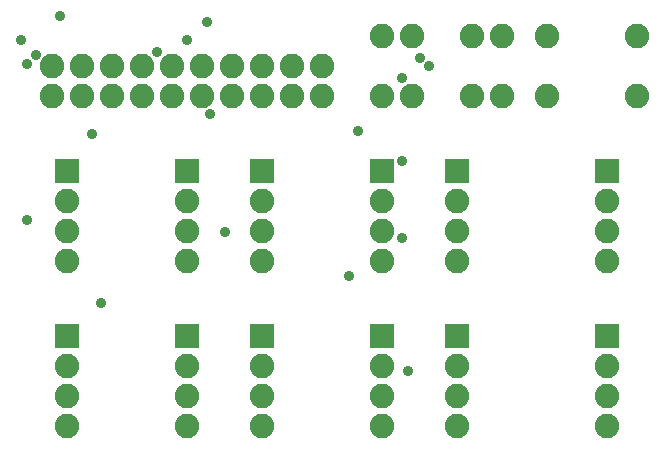
<source format=gts>
G75*
%MOIN*%
%OFA0B0*%
%FSLAX25Y25*%
%IPPOS*%
%LPD*%
%AMOC8*
5,1,8,0,0,1.08239X$1,22.5*
%
%ADD10R,0.08200X0.08200*%
%ADD11C,0.08200*%
%ADD12C,0.03581*%
D10*
X0134135Y0046800D03*
X0174135Y0046800D03*
X0199135Y0046800D03*
X0239135Y0046800D03*
X0264135Y0046800D03*
X0314135Y0046800D03*
X0314135Y0101800D03*
X0264135Y0101800D03*
X0239135Y0101800D03*
X0199135Y0101800D03*
X0174135Y0101800D03*
X0134135Y0101800D03*
D11*
X0134135Y0016800D03*
X0134135Y0026800D03*
X0134135Y0036800D03*
X0174135Y0036800D03*
X0174135Y0026800D03*
X0174135Y0016800D03*
X0199135Y0016800D03*
X0199135Y0026800D03*
X0199135Y0036800D03*
X0239135Y0036800D03*
X0239135Y0026800D03*
X0239135Y0016800D03*
X0264135Y0016800D03*
X0264135Y0026800D03*
X0264135Y0036800D03*
X0314135Y0036800D03*
X0314135Y0026800D03*
X0314135Y0016800D03*
X0314135Y0071800D03*
X0314135Y0081800D03*
X0314135Y0091800D03*
X0264135Y0091800D03*
X0264135Y0081800D03*
X0264135Y0071800D03*
X0239135Y0071800D03*
X0239135Y0081800D03*
X0239135Y0091800D03*
X0199135Y0091800D03*
X0199135Y0081800D03*
X0199135Y0071800D03*
X0174135Y0071800D03*
X0174135Y0081800D03*
X0174135Y0091800D03*
X0134135Y0091800D03*
X0134135Y0081800D03*
X0134135Y0071800D03*
X0129135Y0126800D03*
X0139135Y0126800D03*
X0149135Y0126800D03*
X0159135Y0126800D03*
X0169135Y0126800D03*
X0179135Y0126800D03*
X0189135Y0126800D03*
X0199135Y0126800D03*
X0209135Y0126800D03*
X0219135Y0126800D03*
X0239135Y0126800D03*
X0249135Y0126800D03*
X0269135Y0126800D03*
X0279135Y0126800D03*
X0294135Y0126800D03*
X0324135Y0126800D03*
X0324135Y0146800D03*
X0294135Y0146800D03*
X0279135Y0146800D03*
X0269135Y0146800D03*
X0249135Y0146800D03*
X0239135Y0146800D03*
X0219135Y0136800D03*
X0209135Y0136800D03*
X0199135Y0136800D03*
X0189135Y0136800D03*
X0179135Y0136800D03*
X0169135Y0136800D03*
X0159135Y0136800D03*
X0149135Y0136800D03*
X0139135Y0136800D03*
X0129135Y0136800D03*
D12*
X0123899Y0140580D03*
X0120946Y0137627D03*
X0118978Y0145501D03*
X0131773Y0153375D03*
X0164253Y0141564D03*
X0174096Y0145501D03*
X0180986Y0151406D03*
X0245946Y0132706D03*
X0254805Y0136643D03*
X0251852Y0139595D03*
X0231183Y0114989D03*
X0245946Y0105146D03*
X0186891Y0081524D03*
X0228230Y0066761D03*
X0245946Y0079556D03*
X0181970Y0120894D03*
X0142600Y0114005D03*
X0120946Y0085461D03*
X0145553Y0057902D03*
X0247915Y0035265D03*
M02*

</source>
